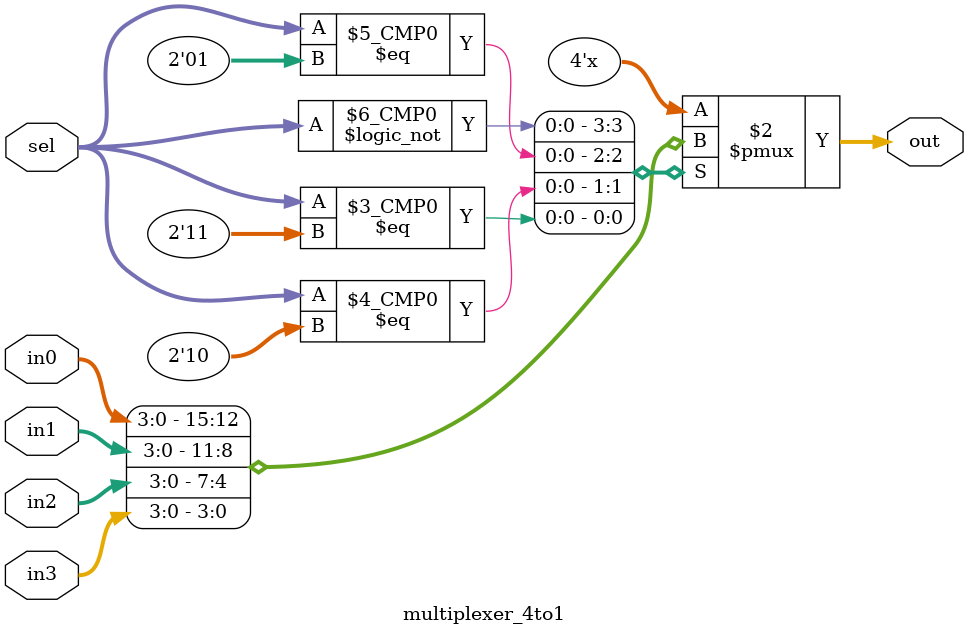
<source format=v>
module multiplexer_4to1 (
    input wire [1:0] sel,
    input wire [3:0] in0,
    input wire [3:0] in1,
    input wire [3:0] in2,
    input wire [3:0] in3,
    output reg [3:0] out
);

always @* begin
    case(sel)
        2'b00: out = in0;
        2'b01: out = in1;
        2'b10: out = in2;
        2'b11: out = in3;
        default: out = 4'b0000; // Default output
    endcase
end

endmodule
</source>
